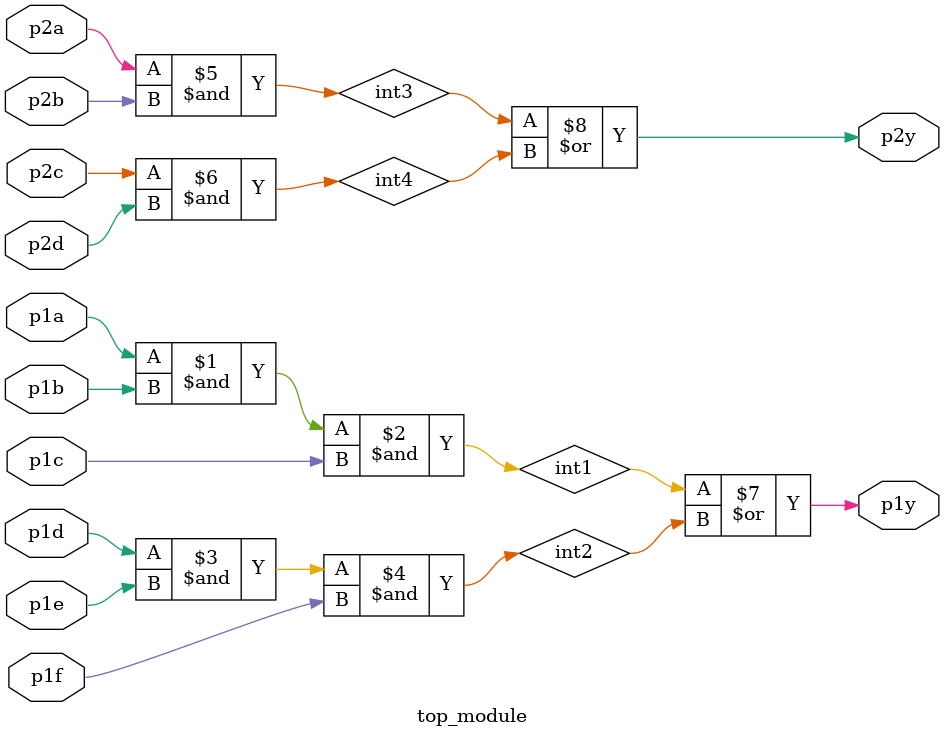
<source format=sv>
module top_module(
	input p1a, 
	input p1b, 
	input p1c, 
	input p1d,
	input p1e,
	input p1f,
	output p1y, 
	input p2a, 
	input p2b, 
	input p2c, 
	input p2d, 
	output p2y
);

	/* Intermediate signals */
	wire int1, int2, int3, int4;
	
	/* AND gates */
	assign int1 = p1a & p1b & p1c;
	assign int2 = p1d & p1e & p1f;
	assign int3 = p2a & p2b;
	assign int4 = p2c & p2d;
	
	/* OR gates */
	assign p1y = int1 | int2;
	assign p2y = int3 | int4;

endmodule

</source>
